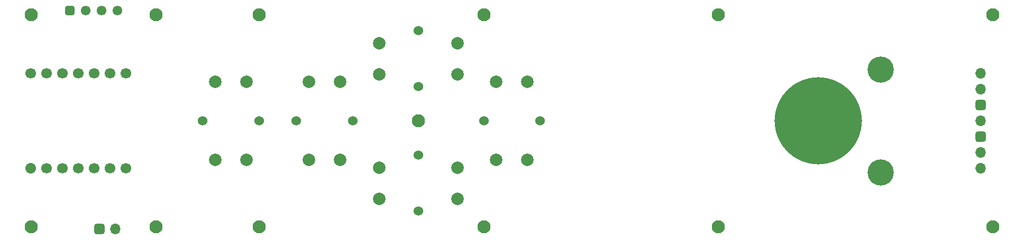
<source format=gbr>
%TF.GenerationSoftware,KiCad,Pcbnew,(6.0.1)*%
%TF.CreationDate,2023-01-24T13:05:26+09:00*%
%TF.ProjectId,yuiopPD_r2,7975696f-7050-4445-9f72-322e6b696361,2*%
%TF.SameCoordinates,Original*%
%TF.FileFunction,Soldermask,Bot*%
%TF.FilePolarity,Negative*%
%FSLAX46Y46*%
G04 Gerber Fmt 4.6, Leading zero omitted, Abs format (unit mm)*
G04 Created by KiCad (PCBNEW (6.0.1)) date 2023-01-24 13:05:26*
%MOMM*%
%LPD*%
G01*
G04 APERTURE LIST*
G04 Aperture macros list*
%AMRoundRect*
0 Rectangle with rounded corners*
0 $1 Rounding radius*
0 $2 $3 $4 $5 $6 $7 $8 $9 X,Y pos of 4 corners*
0 Add a 4 corners polygon primitive as box body*
4,1,4,$2,$3,$4,$5,$6,$7,$8,$9,$2,$3,0*
0 Add four circle primitives for the rounded corners*
1,1,$1+$1,$2,$3*
1,1,$1+$1,$4,$5*
1,1,$1+$1,$6,$7*
1,1,$1+$1,$8,$9*
0 Add four rect primitives between the rounded corners*
20,1,$1+$1,$2,$3,$4,$5,0*
20,1,$1+$1,$4,$5,$6,$7,0*
20,1,$1+$1,$6,$7,$8,$9,0*
20,1,$1+$1,$8,$9,$2,$3,0*%
%AMFreePoly0*
4,1,31,0.262664,0.808398,0.425000,0.736122,0.568761,0.631673,0.687664,0.499617,0.776514,0.345726,0.831425,0.176725,0.850000,0.000000,0.831425,-0.176725,0.776514,-0.345726,0.687664,-0.499617,0.568761,-0.631673,0.425000,-0.736122,0.262664,-0.808398,0.088849,-0.845344,-0.088849,-0.845344,-0.262664,-0.808398,-0.425000,-0.736122,-0.568761,-0.631673,-0.687664,-0.499617,-0.776514,-0.345726,
-0.831425,-0.176725,-0.850000,0.000000,-0.831425,0.176725,-0.776514,0.345726,-0.687664,0.499617,-0.568761,0.631673,-0.425000,0.736122,-0.262664,0.808398,-0.088849,0.845344,0.088849,0.845344,0.262664,0.808398,0.262664,0.808398,$1*%
G04 Aperture macros list end*
%ADD10C,2.100000*%
%ADD11C,1.524000*%
%ADD12C,2.000000*%
%ADD13RoundRect,0.425000X0.425000X-0.425000X0.425000X0.425000X-0.425000X0.425000X-0.425000X-0.425000X0*%
%ADD14O,1.700000X1.700000*%
%ADD15C,1.550000*%
%ADD16RoundRect,0.387500X0.387500X0.387500X-0.387500X0.387500X-0.387500X-0.387500X0.387500X-0.387500X0*%
%ADD17FreePoly0,90.000000*%
%ADD18C,1.700000*%
%ADD19C,14.000000*%
%ADD20C,4.200000*%
%ADD21RoundRect,0.425000X0.425000X0.425000X-0.425000X0.425000X-0.425000X-0.425000X0.425000X-0.425000X0*%
G04 APERTURE END LIST*
D10*
%TO.C,H13*%
X183000000Y-117000000D03*
%TD*%
%TO.C,H12*%
X183000000Y-83000000D03*
%TD*%
%TO.C,H11*%
X93000000Y-117000000D03*
%TD*%
%TO.C,H10*%
X93000000Y-83000000D03*
%TD*%
%TO.C,H2*%
X109500000Y-83000000D03*
%TD*%
%TO.C,H7*%
X109500000Y-117000000D03*
%TD*%
D11*
%TO.C,SW5*%
X154500000Y-100000000D03*
X145500000Y-100000000D03*
D12*
X152500000Y-93750000D03*
X152500000Y-106250000D03*
X147500000Y-93750000D03*
X147500000Y-106250000D03*
%TD*%
D13*
%TO.C,J2*%
X84000000Y-117350000D03*
D14*
X86540000Y-117350000D03*
%TD*%
D11*
%TO.C,SW3*%
X135000000Y-85500000D03*
X135000000Y-94500000D03*
D12*
X141250000Y-87500000D03*
X128750000Y-87500000D03*
X128750000Y-92500000D03*
X141250000Y-92500000D03*
%TD*%
D15*
%TO.C,J4*%
X86810000Y-82300000D03*
X84270000Y-82300000D03*
X81730000Y-82300000D03*
D16*
X79190000Y-82300000D03*
%TD*%
D10*
%TO.C,H5*%
X135000000Y-100000000D03*
%TD*%
%TO.C,H4*%
X227000000Y-83000000D03*
%TD*%
D11*
%TO.C,SW4*%
X135000000Y-114500000D03*
X135000000Y-105500000D03*
D12*
X128750000Y-112500000D03*
X141250000Y-112500000D03*
X128750000Y-107500000D03*
X141250000Y-107500000D03*
%TD*%
D10*
%TO.C,H9*%
X227000000Y-117000000D03*
%TD*%
D17*
%TO.C,U1*%
X72980000Y-107620000D03*
D18*
X75520000Y-107620000D03*
X78060000Y-107620000D03*
X80600000Y-107620000D03*
X83140000Y-107620000D03*
X85680000Y-107620000D03*
X88220000Y-107620000D03*
X88220000Y-92380000D03*
X85680000Y-92380000D03*
X83140000Y-92380000D03*
X80600000Y-92380000D03*
X78060000Y-92380000D03*
X75520000Y-92380000D03*
X72980000Y-92380000D03*
%TD*%
D10*
%TO.C,H3*%
X145500000Y-83000000D03*
%TD*%
D11*
%TO.C,SW2*%
X124500000Y-100000000D03*
X115500000Y-100000000D03*
D12*
X122500000Y-106250000D03*
X122500000Y-93750000D03*
X117500000Y-106250000D03*
X117500000Y-93750000D03*
%TD*%
D10*
%TO.C,H6*%
X73000000Y-117000000D03*
%TD*%
D11*
%TO.C,SW1*%
X109500000Y-100000000D03*
X100500000Y-100000000D03*
D12*
X107500000Y-93750000D03*
X107500000Y-106250000D03*
X102500000Y-93750000D03*
X102500000Y-106250000D03*
%TD*%
D19*
%TO.C,J1*%
X199000000Y-100000000D03*
D20*
X209000000Y-108250000D03*
X209000000Y-91750000D03*
D14*
X225000000Y-107620000D03*
X225000000Y-105080000D03*
D21*
X225000000Y-102540000D03*
D14*
X225000000Y-100000000D03*
D21*
X225000000Y-97460000D03*
D14*
X225000000Y-94920000D03*
X225000000Y-92380000D03*
%TD*%
D10*
%TO.C,H8*%
X145500000Y-117000000D03*
%TD*%
%TO.C,H1*%
X73000000Y-83000000D03*
%TD*%
M02*

</source>
